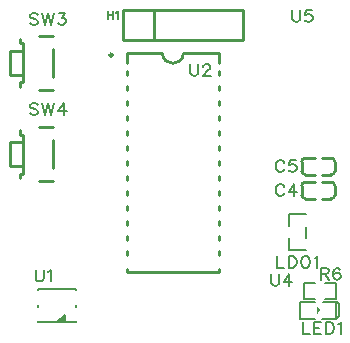
<source format=gto>
G04 Layer: TopSilkscreenLayer*
G04 EasyEDA Pro v2.1.32.5533625a.f972c4, 2023-12-06 19:29:04*
G04 Gerber Generator version 0.3*
G04 Scale: 100 percent, Rotated: No, Reflected: No*
G04 Dimensions in millimeters*
G04 Leading zeros omitted, absolute positions, 3 integers and 3 decimals*
%FSLAX33Y33*%
%MOMM*%
%ADD10C,0.152*%
%ADD11C,0.254*%
%ADD12C,0.15*%
%ADD13C,0.152*%
G75*


G04 Text Start*
G54D10*
G01X1255Y-376D02*
G01X1158Y-282D01*
G01X1016Y-234D01*
G01X823D01*
G01X681Y-282D01*
G01X584Y-376D01*
G01Y-472D01*
G01X632Y-569D01*
G01X681Y-617D01*
G01X775Y-665D01*
G01X1064Y-759D01*
G01X1158Y-808D01*
G01X1207Y-856D01*
G01X1255Y-952D01*
G01Y-1095D01*
G01X1158Y-1191D01*
G01X1016Y-1240D01*
G01X823D01*
G01X681Y-1191D01*
G01X584Y-1095D01*
G01X1638Y-234D02*
G01X1877Y-1240D01*
G01X2116Y-234D02*
G01X1877Y-1240D01*
G01X2116Y-234D02*
G01X2355Y-1240D01*
G01X2596Y-234D02*
G01X2355Y-1240D01*
G01X3073Y-234D02*
G01X3602Y-234D01*
G01X3315Y-617D01*
G01X3457D01*
G01X3553Y-665D01*
G01X3602Y-711D01*
G01X3650Y-856D01*
G01Y-952D01*
G01X3602Y-1095D01*
G01X3505Y-1191D01*
G01X3360Y-1240D01*
G01X3218D01*
G01X3073Y-1191D01*
G01X3025Y-1143D01*
G01X2979Y-1049D01*
G01X1255Y-7996D02*
G01X1158Y-7902D01*
G01X1016Y-7854D01*
G01X823D01*
G01X681Y-7902D01*
G01X584Y-7996D01*
G01Y-8092D01*
G01X632Y-8189D01*
G01X681Y-8237D01*
G01X775Y-8285D01*
G01X1064Y-8379D01*
G01X1158Y-8428D01*
G01X1207Y-8476D01*
G01X1255Y-8572D01*
G01Y-8715D01*
G01X1158Y-8811D01*
G01X1016Y-8860D01*
G01X823D01*
G01X681Y-8811D01*
G01X584Y-8715D01*
G01X1638Y-7854D02*
G01X1877Y-8860D01*
G01X2116Y-7854D02*
G01X1877Y-8860D01*
G01X2116Y-7854D02*
G01X2355Y-8860D01*
G01X2596Y-7854D02*
G01X2355Y-8860D01*
G01X3457Y-7854D02*
G01X2979Y-8524D01*
G01X3696D01*
G01X3457Y-7854D02*
G01X3457Y-8860D01*
G01X21539Y-20808D02*
G01X21539Y-21814D01*
G01X21539Y-21814D02*
G01X22113Y-21814D01*
G01X22497Y-20808D02*
G01X22497Y-21814D01*
G01X22497Y-20808D02*
G01X22832Y-20808D01*
G01X22974Y-20856D01*
G01X23071Y-20950D01*
G01X23119Y-21046D01*
G01X23167Y-21191D01*
G01Y-21430D01*
G01X23119Y-21575D01*
G01X23071Y-21669D01*
G01X22974Y-21765D01*
G01X22832Y-21814D01*
G01X22497D01*
G01X23838Y-20808D02*
G01X23741Y-20856D01*
G01X23645Y-20950D01*
G01X23597Y-21046D01*
G01X23551Y-21191D01*
G01Y-21430D01*
G01X23597Y-21575D01*
G01X23645Y-21669D01*
G01X23741Y-21765D01*
G01X23838Y-21814D01*
G01X24028D01*
G01X24125Y-21765D01*
G01X24221Y-21669D01*
G01X24267Y-21575D01*
G01X24315Y-21430D01*
G01Y-21191D01*
G01X24267Y-21046D01*
G01X24221Y-20950D01*
G01X24125Y-20856D01*
G01X24028Y-20808D01*
G01X23838D01*
G01X24699Y-20998D02*
G01X24793Y-20950D01*
G01X24938Y-20808D01*
G01Y-21814D01*
G01X23698Y-26396D02*
G01X23698Y-27402D01*
G01X23698Y-27402D02*
G01X24272Y-27402D01*
G01X24656Y-26396D02*
G01X24656Y-27402D01*
G01X24656Y-26396D02*
G01X25278Y-26396D01*
G01X24656Y-26873D02*
G01X25037Y-26873D01*
G01X24656Y-27402D02*
G01X25278Y-27402D01*
G01X25662Y-26396D02*
G01X25662Y-27402D01*
G01X25662Y-26396D02*
G01X25997Y-26396D01*
G01X26139Y-26444D01*
G01X26236Y-26538D01*
G01X26284Y-26634D01*
G01X26332Y-26779D01*
G01Y-27018D01*
G01X26284Y-27163D01*
G01X26236Y-27257D01*
G01X26139Y-27353D01*
G01X25997Y-27402D01*
G01X25662D01*
G01X26716Y-26586D02*
G01X26810Y-26538D01*
G01X26954Y-26396D01*
G01Y-27402D01*
G01X1092Y-21951D02*
G01X1092Y-22669D01*
G01X1140Y-22812D01*
G01X1237Y-22908D01*
G01X1379Y-22957D01*
G01X1476D01*
G01X1618Y-22908D01*
G01X1715Y-22812D01*
G01X1763Y-22669D01*
G01Y-21951D01*
G01X2146Y-22141D02*
G01X2240Y-22093D01*
G01X2385Y-21951D01*
G01Y-22957D01*
G01X22131Y-14950D02*
G01X22083Y-14854D01*
G01X21986Y-14760D01*
G01X21892Y-14712D01*
G01X21699D01*
G01X21603Y-14760D01*
G01X21509Y-14854D01*
G01X21460Y-14950D01*
G01X21412Y-15095D01*
G01Y-15334D01*
G01X21460Y-15479D01*
G01X21509Y-15573D01*
G01X21603Y-15669D01*
G01X21699Y-15718D01*
G01X21892D01*
G01X21986Y-15669D01*
G01X22083Y-15573D01*
G01X22131Y-15479D01*
G01X22992Y-14712D02*
G01X22515Y-15382D01*
G01X23231D01*
G01X22992Y-14712D02*
G01X22992Y-15718D01*
G01X22131Y-12918D02*
G01X22083Y-12822D01*
G01X21986Y-12728D01*
G01X21892Y-12680D01*
G01X21699D01*
G01X21603Y-12728D01*
G01X21509Y-12822D01*
G01X21460Y-12918D01*
G01X21412Y-13063D01*
G01Y-13302D01*
G01X21460Y-13447D01*
G01X21509Y-13541D01*
G01X21603Y-13637D01*
G01X21699Y-13686D01*
G01X21892D01*
G01X21986Y-13637D01*
G01X22083Y-13541D01*
G01X22131Y-13447D01*
G01X23089Y-12680D02*
G01X22609Y-12680D01*
G01X22560Y-13111D01*
G01X22609Y-13063D01*
G01X22753Y-13015D01*
G01X22896D01*
G01X23040Y-13063D01*
G01X23137Y-13157D01*
G01X23185Y-13302D01*
G01Y-13398D01*
G01X23137Y-13541D01*
G01X23040Y-13637D01*
G01X22896Y-13686D01*
G01X22753D01*
G01X22609Y-13637D01*
G01X22560Y-13589D01*
G01X22515Y-13495D01*
G01X25222Y-21824D02*
G01X25222Y-22830D01*
G01X25222Y-21824D02*
G01X25654Y-21824D01*
G01X25796Y-21872D01*
G01X25845Y-21920D01*
G01X25893Y-22014D01*
G01Y-22111D01*
G01X25845Y-22207D01*
G01X25796Y-22255D01*
G01X25654Y-22301D01*
G01X25222D01*
G01X25557Y-22301D02*
G01X25893Y-22830D01*
G01X26850Y-21966D02*
G01X26802Y-21872D01*
G01X26657Y-21824D01*
G01X26563D01*
G01X26419Y-21872D01*
G01X26322Y-22014D01*
G01X26276Y-22255D01*
G01Y-22494D01*
G01X26322Y-22685D01*
G01X26419Y-22781D01*
G01X26563Y-22830D01*
G01X26612D01*
G01X26754Y-22781D01*
G01X26850Y-22685D01*
G01X26899Y-22542D01*
G01Y-22494D01*
G01X26850Y-22349D01*
G01X26754Y-22255D01*
G01X26612Y-22207D01*
G01X26563D01*
G01X26419Y-22255D01*
G01X26322Y-22349D01*
G01X26276Y-22494D01*
G01X7188Y-74D02*
G01X7188Y-724D01*
G01X7623Y-74D02*
G01X7623Y-724D01*
G01X7188Y-384D02*
G01X7623Y-384D01*
G01X7925Y-198D02*
G01X7986Y-165D01*
G01X8077Y-74D01*
G01Y-724D01*
G01X21031Y-22332D02*
G01X21031Y-23050D01*
G01X21079Y-23193D01*
G01X21176Y-23289D01*
G01X21318Y-23338D01*
G01X21415D01*
G01X21557Y-23289D01*
G01X21654Y-23193D01*
G01X21702Y-23050D01*
G01Y-22332D01*
G01X22563Y-22332D02*
G01X22085Y-23002D01*
G01X22802D01*
G01X22563Y-22332D02*
G01X22563Y-23338D01*
G01X22809Y20D02*
G01X22809Y-698D01*
G01X22857Y-841D01*
G01X22954Y-937D01*
G01X23096Y-986D01*
G01X23193D01*
G01X23335Y-937D01*
G01X23432Y-841D01*
G01X23480Y-698D01*
G01Y20D01*
G01X24437Y20D02*
G01X23957Y20D01*
G01X23909Y-411D01*
G01X23957Y-363D01*
G01X24102Y-315D01*
G01X24244D01*
G01X24389Y-363D01*
G01X24486Y-457D01*
G01X24534Y-602D01*
G01Y-698D01*
G01X24486Y-841D01*
G01X24389Y-937D01*
G01X24244Y-986D01*
G01X24102D01*
G01X23957Y-937D01*
G01X23909Y-889D01*
G01X23863Y-795D01*
G01X14173Y-4552D02*
G01X14173Y-5270D01*
G01X14221Y-5413D01*
G01X14318Y-5509D01*
G01X14460Y-5558D01*
G01X14557D01*
G01X14699Y-5509D01*
G01X14796Y-5413D01*
G01X14844Y-5270D01*
G01Y-4552D01*
G01X15273Y-4790D02*
G01X15273Y-4742D01*
G01X15321Y-4648D01*
G01X15370Y-4600D01*
G01X15466Y-4552D01*
G01X15657D01*
G01X15753Y-4600D01*
G01X15801Y-4648D01*
G01X15850Y-4742D01*
G01Y-4839D01*
G01X15801Y-4935D01*
G01X15705Y-5077D01*
G01X15227Y-5558D01*
G01X15898D01*
G04 Text End*

G04 PolygonModel Start*
G54D11*
G01X-19Y-6096D02*
G01X-273Y-6096D01*
G01X-273Y-6096D02*
G01X-273Y-6477D01*
G01X-19Y-2776D02*
G01X-273Y-2776D01*
G01X-273Y-2776D02*
G01X-273Y-2413D01*
G01X2521Y-3276D02*
G01X2521Y-5614D01*
G01X2521Y-6731D02*
G01X1328Y-6731D01*
G01X2521Y-2159D02*
G01X1328Y-2159D01*
G01X-1103Y-3445D02*
G01X-1103Y-5445D01*
G01X-19Y-3445D02*
G01X-1103Y-3445D01*
G01X-19Y-5445D02*
G01X-1103Y-5445D01*
G01X-19Y-6096D02*
G01X-19Y-2776D01*
G01X-19Y-13843D02*
G01X-273Y-13843D01*
G01X-273Y-13843D02*
G01X-273Y-14224D01*
G01X-19Y-10523D02*
G01X-273Y-10523D01*
G01X-273Y-10523D02*
G01X-273Y-10160D01*
G01X2521Y-11023D02*
G01X2521Y-13361D01*
G01X2521Y-14478D02*
G01X1328Y-14478D01*
G01X2521Y-9906D02*
G01X1328Y-9906D01*
G01X-1103Y-11192D02*
G01X-1103Y-13192D01*
G01X-19Y-11192D02*
G01X-1103Y-11192D01*
G01X-19Y-13192D02*
G01X-1103Y-13192D01*
G01X-19Y-13843D02*
G01X-19Y-10523D01*
G54D10*
G01X23967Y-17270D02*
G01X22515Y-17270D01*
G01X22515Y-17270D02*
G01X22515Y-18301D01*
G01X23967Y-20322D02*
G01X22515Y-20322D01*
G01X22515Y-20322D02*
G01X22515Y-19291D01*
G01X23967Y-18341D02*
G01X23967Y-19251D01*
G54D12*
G01X25389Y-24670D02*
G01X26539Y-24670D01*
G01X26539Y-24670D02*
G01X26539Y-26120D01*
G01X26539Y-26120D02*
G01X25339Y-26120D01*
G01X24719Y-26130D02*
G01X23479Y-26130D01*
G01X23479Y-26130D02*
G01X23479Y-24680D01*
G01X23479Y-24680D02*
G01X24719Y-24680D01*
G01X26539Y-24670D02*
G01X26569Y-24670D01*
G01X26569Y-24670D02*
G01X26769Y-24870D01*
G01X26769Y-24870D02*
G01X26769Y-25890D01*
G01X26769Y-25890D02*
G01X26739Y-25920D01*
G01X26739Y-25920D02*
G01X26539Y-26120D01*
G36*
G01X24909Y-25040D02*
G01X24899Y-25760D01*
G01X25159Y-25400D01*
G01X24909Y-25040D01*
G37*
G54D13*
G01X4521Y-24934D02*
G01X4521Y-25104D01*
G01X1321Y-24934D02*
G01X1321Y-25104D01*
G01X4521Y-23689D02*
G01X4521Y-23619D01*
G01X4521Y-23619D02*
G01X1321Y-23619D01*
G01X1321Y-23619D02*
G01X1321Y-23689D01*
G01X3556Y-26416D02*
G01X3556Y-25789D01*
G01X3556Y-25789D02*
G01X2926Y-26416D01*
G01X2926Y-26416D02*
G01X2550Y-26416D01*
G01X1321Y-26419D02*
G01X4521Y-26419D01*
G01X4521Y-26419D02*
G01X4521Y-26349D01*
G01X1321Y-26349D02*
G01X1321Y-26419D01*
G36*
G01X3526Y-25816D02*
G01X2926Y-26416D01*
G01X3526D01*
G01Y-25816D01*
G37*
G54D11*
G01X16600Y-21877D02*
G01X16600Y-21954D01*
G01X16600Y-21954D02*
G01X16600Y-22154D01*
G01X16600Y-22154D02*
G01X8800Y-22154D01*
G01X8800Y-21877D02*
G01X8800Y-22154D01*
G01X16600Y-3654D02*
G01X13600Y-3654D01*
G01X8800Y-3654D02*
G01X11800Y-3654D01*
G01X16600Y-3654D02*
G01X16600Y-4431D01*
G01X16600Y-5167D02*
G01X16600Y-5501D01*
G01X16600Y-6437D02*
G01X16600Y-6771D01*
G01X16600Y-7707D02*
G01X16600Y-8041D01*
G01X16600Y-8977D02*
G01X16600Y-9311D01*
G01X16600Y-10247D02*
G01X16600Y-10581D01*
G01X16600Y-11517D02*
G01X16600Y-11851D01*
G01X16600Y-12787D02*
G01X16600Y-13121D01*
G01X16600Y-14057D02*
G01X16600Y-14391D01*
G01X16600Y-15327D02*
G01X16600Y-15661D01*
G01X16600Y-16597D02*
G01X16600Y-16931D01*
G01X16600Y-17867D02*
G01X16600Y-18201D01*
G01X16600Y-19137D02*
G01X16600Y-19471D01*
G01X16600Y-20407D02*
G01X16600Y-20741D01*
G01X8800Y-3654D02*
G01X8800Y-4431D01*
G01X8800Y-5167D02*
G01X8800Y-5501D01*
G01X8800Y-6437D02*
G01X8800Y-6771D01*
G01X8800Y-7707D02*
G01X8800Y-8041D01*
G01X8800Y-8977D02*
G01X8800Y-9311D01*
G01X8800Y-10247D02*
G01X8800Y-10581D01*
G01X8800Y-11517D02*
G01X8800Y-11851D01*
G01X8800Y-12787D02*
G01X8800Y-13121D01*
G01X8800Y-14057D02*
G01X8800Y-14391D01*
G01X8800Y-15327D02*
G01X8800Y-15661D01*
G01X8800Y-16597D02*
G01X8800Y-16931D01*
G01X8800Y-17867D02*
G01X8800Y-18201D01*
G01X8800Y-19137D02*
G01X8800Y-19471D01*
G01X8800Y-20407D02*
G01X8800Y-20741D01*
G01X13600Y-3654D02*
G02X11800Y-3654I-900J59D01*
G01X23609Y-15640D02*
G01X23609Y-14840D01*
G01X24718Y-15950D02*
G01X23918Y-15950D01*
G01X24718Y-14530D02*
G01X23918Y-14530D01*
G01X25294Y-15955D02*
G01X26094Y-15955D01*
G01X26404Y-15646D02*
G01X26404Y-14846D01*
G01X25294Y-14536D02*
G01X26094Y-14536D01*
G01X26404Y-15646D02*
G02X26094Y-15955I-310J0D01*
G01X26094Y-14536D02*
G02X26404Y-14846I0J-310D01*
G01X23918Y-15950D02*
G02X23609Y-15640I0J310D01*
G01X23609Y-14840D02*
G02X23918Y-14530I310J0D01*
G01X23609Y-13608D02*
G01X23609Y-12808D01*
G01X24718Y-13918D02*
G01X23918Y-13918D01*
G01X24718Y-12498D02*
G01X23918Y-12498D01*
G01X25294Y-13923D02*
G01X26094Y-13923D01*
G01X26404Y-13614D02*
G01X26404Y-12814D01*
G01X25294Y-12504D02*
G01X26094Y-12504D01*
G01X26404Y-13614D02*
G02X26094Y-13923I-310J0D01*
G01X26094Y-12504D02*
G02X26404Y-12814I0J-310D01*
G01X23918Y-13918D02*
G02X23609Y-13608I0J310D01*
G01X23609Y-12808D02*
G02X23918Y-12498I310J0D01*
G54D10*
G01X24736Y-23088D02*
G01X23777Y-23088D01*
G01X23777Y-23088D02*
G01X23777Y-24410D01*
G01X23777Y-24410D02*
G01X24736Y-24410D01*
G01X25588Y-23088D02*
G01X26547Y-23088D01*
G01X26547Y-23088D02*
G01X26547Y-24410D01*
G01X26547Y-24410D02*
G01X25588Y-24410D01*
G54D11*
G01X11070Y38D02*
G01X18666Y38D01*
G01X18666Y38D02*
G01X18666Y-2502D01*
G01X18666Y-2502D02*
G01X8506Y-2502D01*
G01X8506Y-2502D02*
G01X8506Y38D01*
G01X8506Y38D02*
G01X11070Y38D01*
G01X11070Y38D02*
G01X11070Y-2502D01*
G04 PolygonModel End*

G04 Circle Start*
G01X7338Y-3784D02*
G03X7601Y-3784I132J0D01*
G03X7338I-132J0D01*
G04 Circle End*

M02*

</source>
